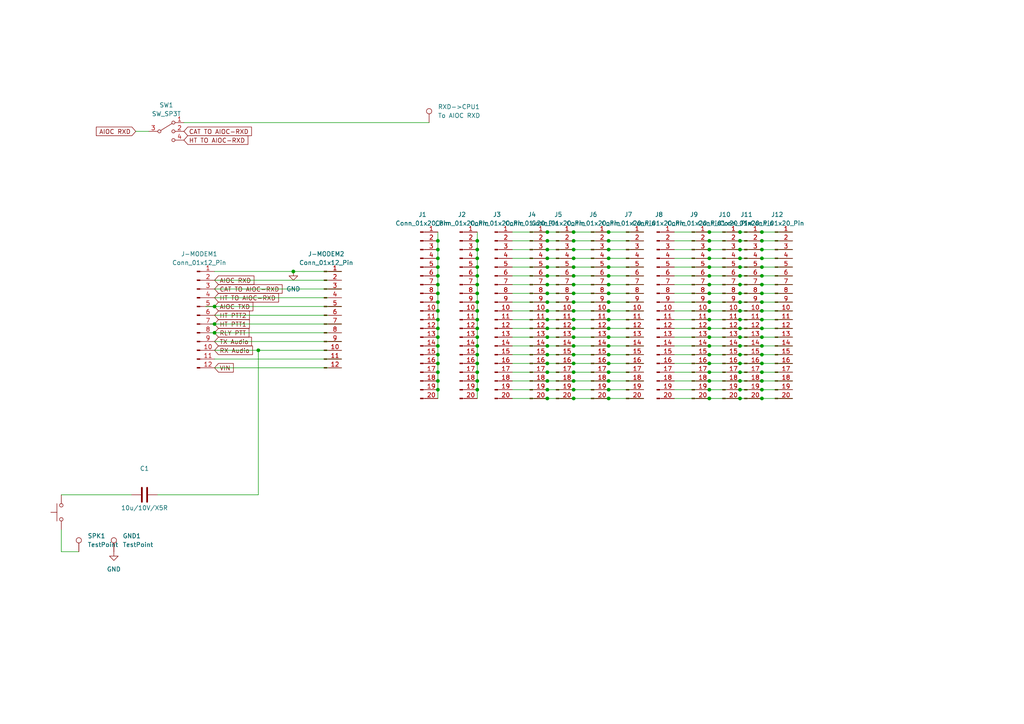
<source format=kicad_sch>
(kicad_sch (version 20230121) (generator eeschema)
  (paper "A4")
  (title_block (title "Universal Radio Controller Open Hardware Creator Board") (date "2024-01-03") (rev "1.0") (company "G1LRO") (comment 1 "MIT License") (comment 2 "Copyright (c) 2024 G1LRO") (comment 3 "Licence terms: https://github.com/G1LRO/universal-radio-controller/blob/main/LICENSE"))
  (lib_symbols
    (symbol "AIOC Library1:SW_Tactile_SPST_Angled_PTS645Vx83-2LFS" (pin_numbers hide) (pin_names (offset 1.016) hide)
      (property "Reference" "SW" (at 1.27 2.54 0))
      (property "Value" "SW_Tactile_SPST_Angled_PTS645Vx83-2LFS" (at 0 -1.524 0))
      (symbol "SW_Tactile_SPST_Angled_PTS645Vx83-2LFS_0_1"
        (circle (center -2.032 0) (radius 0.508))
        (polyline (pts (xy 0 1.27) (xy 0 3.048)))
        (polyline (pts (xy 2.54 1.27) (xy -2.54 1.27)))
        (circle (center 2.032 0) (radius 0.508))
        (pin passive line (at -5.08 0 0) (length 2.54) (name "1") (number "1"))
        (pin passive line (at 5.08 0 180) (length 2.54) (name "2") (number "2"))
      )
    )
    (symbol "Connector:Conn_01x12_Pin" (pin_names (offset 1.016) hide)
      (property "Reference" "J" (at 0 15.24 0))
      (property "Value" "Conn_01x12_Pin" (at 0 -17.78 0))
      (symbol "Conn_01x12_Pin_1_1"
        (polyline (pts (xy 1.27 -15.24) (xy 0.8636 -15.24)) (stroke (width 0.1524)))
        (polyline (pts (xy 1.27 -12.7) (xy 0.8636 -12.7)) (stroke (width 0.1524)))
        (polyline (pts (xy 1.27 -10.16) (xy 0.8636 -10.16)) (stroke (width 0.1524)))
        (polyline (pts (xy 1.27 -7.62) (xy 0.8636 -7.62)) (stroke (width 0.1524)))
        (polyline (pts (xy 1.27 -5.08) (xy 0.8636 -5.08)) (stroke (width 0.1524)))
        (polyline (pts (xy 1.27 -2.54) (xy 0.8636 -2.54)) (stroke (width 0.1524)))
        (polyline (pts (xy 1.27 0) (xy 0.8636 0)) (stroke (width 0.1524)))
        (polyline (pts (xy 1.27 2.54) (xy 0.8636 2.54)) (stroke (width 0.1524)))
        (polyline (pts (xy 1.27 5.08) (xy 0.8636 5.08)) (stroke (width 0.1524)))
        (polyline (pts (xy 1.27 7.62) (xy 0.8636 7.62)) (stroke (width 0.1524)))
        (polyline (pts (xy 1.27 10.16) (xy 0.8636 10.16)) (stroke (width 0.1524)))
        (polyline (pts (xy 1.27 12.7) (xy 0.8636 12.7)) (stroke (width 0.1524)))
        (rectangle (start 0.8636 -15.113) (end 0 -15.367) (stroke (width 0.1524)) (fill (type outline)))
        (rectangle (start 0.8636 -12.573) (end 0 -12.827) (stroke (width 0.1524)) (fill (type outline)))
        (rectangle (start 0.8636 -10.033) (end 0 -10.287) (stroke (width 0.1524)) (fill (type outline)))
        (rectangle (start 0.8636 -7.493) (end 0 -7.747) (stroke (width 0.1524)) (fill (type outline)))
        (rectangle (start 0.8636 -4.953) (end 0 -5.207) (stroke (width 0.1524)) (fill (type outline)))
        (rectangle (start 0.8636 -2.413) (end 0 -2.667) (stroke (width 0.1524)) (fill (type outline)))
        (rectangle (start 0.8636 0.127) (end 0 -0.127) (stroke (width 0.1524)) (fill (type outline)))
        (rectangle (start 0.8636 2.667) (end 0 2.413) (stroke (width 0.1524)) (fill (type outline)))
        (rectangle (start 0.8636 5.207) (end 0 4.953) (stroke (width 0.1524)) (fill (type outline)))
        (rectangle (start 0.8636 7.747) (end 0 7.493) (stroke (width 0.1524)) (fill (type outline)))
        (rectangle (start 0.8636 10.287) (end 0 10.033) (stroke (width 0.1524)) (fill (type outline)))
        (rectangle (start 0.8636 12.827) (end 0 12.573) (stroke (width 0.1524)) (fill (type outline)))
        (pin passive line (at 5.08 12.7 180) (length 3.81) (name "Pin_1") (number "1"))
        (pin passive line (at 5.08 -10.16 180) (length 3.81) (name "Pin_10") (number "10"))
        (pin passive line (at 5.08 -12.7 180) (length 3.81) (name "Pin_11") (number "11"))
        (pin passive line (at 5.08 -15.24 180) (length 3.81) (name "Pin_12") (number "12"))
        (pin passive line (at 5.08 10.16 180) (length 3.81) (name "Pin_2") (number "2"))
        (pin passive line (at 5.08 7.62 180) (length 3.81) (name "Pin_3") (number "3"))
        (pin passive line (at 5.08 5.08 180) (length 3.81) (name "Pin_4") (number "4"))
        (pin passive line (at 5.08 2.54 180) (length 3.81) (name "Pin_5") (number "5"))
        (pin passive line (at 5.08 0 180) (length 3.81) (name "Pin_6") (number "6"))
        (pin passive line (at 5.08 -2.54 180) (length 3.81) (name "Pin_7") (number "7"))
        (pin passive line (at 5.08 -5.08 180) (length 3.81) (name "Pin_8") (number "8"))
        (pin passive line (at 5.08 -7.62 180) (length 3.81) (name "Pin_9") (number "9"))
      )
    )
    (symbol "Connector:Conn_01x20_Pin" (pin_names (offset 1.016) hide)
      (property "Reference" "J" (at 0 25.4 0))
      (property "Value" "Conn_01x20_Pin" (at 0 -27.94 0))
      (symbol "Conn_01x20_Pin_1_1"
        (polyline (pts (xy 1.27 -25.4) (xy 0.8636 -25.4)) (stroke (width 0.1524)))
        (polyline (pts (xy 1.27 -22.86) (xy 0.8636 -22.86)) (stroke (width 0.1524)))
        (polyline (pts (xy 1.27 -20.32) (xy 0.8636 -20.32)) (stroke (width 0.1524)))
        (polyline (pts (xy 1.27 -17.78) (xy 0.8636 -17.78)) (stroke (width 0.1524)))
        (polyline (pts (xy 1.27 -15.24) (xy 0.8636 -15.24)) (stroke (width 0.1524)))
        (polyline (pts (xy 1.27 -12.7) (xy 0.8636 -12.7)) (stroke (width 0.1524)))
        (polyline (pts (xy 1.27 -10.16) (xy 0.8636 -10.16)) (stroke (width 0.1524)))
        (polyline (pts (xy 1.27 -7.62) (xy 0.8636 -7.62)) (stroke (width 0.1524)))
        (polyline (pts (xy 1.27 -5.08) (xy 0.8636 -5.08)) (stroke (width 0.1524)))
        (polyline (pts (xy 1.27 -2.54) (xy 0.8636 -2.54)) (stroke (width 0.1524)))
        (polyline (pts (xy 1.27 0) (xy 0.8636 0)) (stroke (width 0.1524)))
        (polyline (pts (xy 1.27 2.54) (xy 0.8636 2.54)) (stroke (width 0.1524)))
        (polyline (pts (xy 1.27 5.08) (xy 0.8636 5.08)) (stroke (width 0.1524)))
        (polyline (pts (xy 1.27 7.62) (xy 0.8636 7.62)) (stroke (width 0.1524)))
        (polyline (pts (xy 1.27 10.16) (xy 0.8636 10.16)) (stroke (width 0.1524)))
        (polyline (pts (xy 1.27 12.7) (xy 0.8636 12.7)) (stroke (width 0.1524)))
        (polyline (pts (xy 1.27 15.24) (xy 0.8636 15.24)) (stroke (width 0.1524)))
        (polyline (pts (xy 1.27 17.78) (xy 0.8636 17.78)) (stroke (width 0.1524)))
        (polyline (pts (xy 1.27 20.32) (xy 0.8636 20.32)) (stroke (width 0.1524)))
        (polyline (pts (xy 1.27 22.86) (xy 0.8636 22.86)) (stroke (width 0.1524)))
        (rectangle (start 0.8636 -25.273) (end 0 -25.527) (stroke (width 0.1524)) (fill (type outline)))
        (rectangle (start 0.8636 -22.733) (end 0 -22.987) (stroke (width 0.1524)) (fill (type outline)))
        (rectangle (start 0.8636 -20.193) (end 0 -20.447) (stroke (width 0.1524)) (fill (type outline)))
        (rectangle (start 0.8636 -17.653) (end 0 -17.907) (stroke (width 0.1524)) (fill (type outline)))
        (rectangle (start 0.8636 -15.113) (end 0 -15.367) (stroke (width 0.1524)) (fill (type outline)))
        (rectangle (start 0.8636 -12.573) (end 0 -12.827) (stroke (width 0.1524)) (fill (type outline)))
        (rectangle (start 0.8636 -10.033) (end 0 -10.287) (stroke (width 0.1524)) (fill (type outline)))
        (rectangle (start 0.8636 -7.493) (end 0 -7.747) (stroke (width 0.1524)) (fill (type outline)))
        (rectangle (start 0.8636 -4.953) (end 0 -5.207) (stroke (width 0.1524)) (fill (type outline)))
        (rectangle (start 0.8636 -2.413) (end 0 -2.667) (stroke (width 0.1524)) (fill (type outline)))
        (rectangle (start 0.8636 0.127) (end 0 -0.127) (stroke (width 0.1524)) (fill (type outline)))
        (rectangle (start 0.8636 2.667) (end 0 2.413) (stroke (width 0.1524)) (fill (type outline)))
        (rectangle (start 0.8636 5.207) (end 0 4.953) (stroke (width 0.1524)) (fill (type outline)))
        (rectangle (start 0.8636 7.747) (end 0 7.493) (stroke (width 0.1524)) (fill (type outline)))
        (rectangle (start 0.8636 10.287) (end 0 10.033) (stroke (width 0.1524)) (fill (type outline)))
        (rectangle (start 0.8636 12.827) (end 0 12.573) (stroke (width 0.1524)) (fill (type outline)))
        (rectangle (start 0.8636 15.367) (end 0 15.113) (stroke (width 0.1524)) (fill (type outline)))
        (rectangle (start 0.8636 17.907) (end 0 17.653) (stroke (width 0.1524)) (fill (type outline)))
        (rectangle (start 0.8636 20.447) (end 0 20.193) (stroke (width 0.1524)) (fill (type outline)))
        (rectangle (start 0.8636 22.987) (end 0 22.733) (stroke (width 0.1524)) (fill (type outline)))
        (pin passive line (at 5.08 22.86 180) (length 3.81) (name "Pin_1") (number "1"))
        (pin passive line (at 5.08 0 180) (length 3.81) (name "Pin_10") (number "10"))
        (pin passive line (at 5.08 -2.54 180) (length 3.81) (name "Pin_11") (number "11"))
        (pin passive line (at 5.08 -5.08 180) (length 3.81) (name "Pin_12") (number "12"))
        (pin passive line (at 5.08 -7.62 180) (length 3.81) (name "Pin_13") (number "13"))
        (pin passive line (at 5.08 -10.16 180) (length 3.81) (name "Pin_14") (number "14"))
        (pin passive line (at 5.08 -12.7 180) (length 3.81) (name "Pin_15") (number "15"))
        (pin passive line (at 5.08 -15.24 180) (length 3.81) (name "Pin_16") (number "16"))
        (pin passive line (at 5.08 -17.78 180) (length 3.81) (name "Pin_17") (number "17"))
        (pin passive line (at 5.08 -20.32 180) (length 3.81) (name "Pin_18") (number "18"))
        (pin passive line (at 5.08 -22.86 180) (length 3.81) (name "Pin_19") (number "19"))
        (pin passive line (at 5.08 20.32 180) (length 3.81) (name "Pin_2") (number "2"))
        (pin passive line (at 5.08 -25.4 180) (length 3.81) (name "Pin_20") (number "20"))
        (pin passive line (at 5.08 17.78 180) (length 3.81) (name "Pin_3") (number "3"))
        (pin passive line (at 5.08 15.24 180) (length 3.81) (name "Pin_4") (number "4"))
        (pin passive line (at 5.08 12.7 180) (length 3.81) (name "Pin_5") (number "5"))
        (pin passive line (at 5.08 10.16 180) (length 3.81) (name "Pin_6") (number "6"))
        (pin passive line (at 5.08 7.62 180) (length 3.81) (name "Pin_7") (number "7"))
        (pin passive line (at 5.08 5.08 180) (length 3.81) (name "Pin_8") (number "8"))
        (pin passive line (at 5.08 2.54 180) (length 3.81) (name "Pin_9") (number "9"))
      )
    )
    (symbol "Connector:TestPoint" (pin_numbers hide) (pin_names (offset 0.762) hide)
      (property "Reference" "TP" (at 0 6.858 0))
      (property "Value" "TestPoint" (at 0 5.08 0))
      (symbol "TestPoint_0_1"
        (circle (center 0 3.302) (radius 0.762))
      )
      (symbol "TestPoint_1_1"
        (pin passive line (at 0 0 90) (length 2.54) (name "1") (number "1"))
      )
    )
    (symbol "Device:C" (pin_numbers hide) (pin_names (offset 0.254))
      (property "Reference" "C" (at 0.635 2.54 0))
      (property "Value" "C" (at 0.635 -2.54 0))
      (symbol "C_0_1"
        (polyline (pts (xy -2.032 -0.762) (xy 2.032 -0.762)) (stroke (width 0.508)))
        (polyline (pts (xy -2.032 0.762) (xy 2.032 0.762)) (stroke (width 0.508)))
      )
      (symbol "C_1_1"
        (pin passive line (at 0 3.81 270) (length 2.794) (name "~") (number "1"))
        (pin passive line (at 0 -3.81 90) (length 2.794) (name "~") (number "2"))
      )
    )
    (symbol "Switch:SW_SP3T" (pin_names (offset 0) hide)
      (property "Reference" "SW" (at 0 5.08 0))
      (property "Value" "SW_SP3T" (at 0 -5.08 0))
      (symbol "SW_SP3T_0_1"
        (circle (center -2.032 0) (radius 0.4572))
        (polyline (pts (xy -1.651 0.254) (xy 1.651 2.286)))
        (circle (center 2.032 -2.54) (radius 0.4572))
        (circle (center 2.032 0) (radius 0.4572))
        (circle (center 2.032 2.54) (radius 0.4572))
      )
      (symbol "SW_SP3T_1_1"
        (pin passive line (at 5.08 2.54 180) (length 2.54) (name "1") (number "1"))
        (pin passive line (at 5.08 0 180) (length 2.54) (name "2") (number "2"))
        (pin passive line (at -5.08 0 0) (length 2.54) (name "3") (number "3"))
        (pin passive line (at 5.08 -2.54 180) (length 2.54) (name "4") (number "4"))
      )
    )
    (symbol "power:GND" (power) (pin_names (offset 0))
      (property "Value" "GND" (at 0 -3.81 0))
      (symbol "GND_0_1"
        (polyline (pts (xy 0 0) (xy 0 -1.27) (xy 1.27 -1.27) (xy 0 -2.54) (xy -1.27 -1.27) (xy 0 -1.27)))
      )
      (symbol "GND_1_1"
        (pin power_in line (at 0 0 270) (length 0) hide (name "GND") (number "1"))
      )
    )
  )
  (junction (at 138.43 72.39))
  (junction (at 205.74 72.39))
  (junction (at 166.37 77.47))
  (junction (at 138.43 95.25))
  (junction (at 176.53 74.93))
  (junction (at 176.53 115.57))
  (junction (at 176.53 80.01))
  (junction (at 158.75 87.63))
  (junction (at 220.98 110.49))
  (junction (at 220.98 115.57))
  (junction (at 220.98 87.63))
  (junction (at 205.74 87.63))
  (junction (at 214.63 95.25))
  (junction (at 214.63 87.63))
  (junction (at 176.53 77.47))
  (junction (at 127 105.41))
  (junction (at 176.53 95.25))
  (junction (at 158.75 82.55))
  (junction (at 127 102.87))
  (junction (at 127 97.79))
  (junction (at 205.74 97.79))
  (junction (at 205.74 100.33))
  (junction (at 138.43 74.93))
  (junction (at 220.98 72.39))
  (junction (at 138.43 85.09))
  (junction (at 220.98 97.79))
  (junction (at 166.37 67.31))
  (junction (at 138.43 92.71))
  (junction (at 176.53 92.71))
  (junction (at 127 77.47))
  (junction (at 205.74 77.47))
  (junction (at 166.37 97.79))
  (junction (at 138.43 110.49))
  (junction (at 176.53 105.41))
  (junction (at 166.37 102.87))
  (junction (at 214.63 74.93))
  (junction (at 176.53 113.03))
  (junction (at 176.53 100.33))
  (junction (at 166.37 80.01))
  (junction (at 205.74 74.93))
  (junction (at 214.63 107.95))
  (junction (at 220.98 82.55))
  (junction (at 220.98 80.01))
  (junction (at 138.43 102.87))
  (junction (at 158.75 77.47))
  (junction (at 220.98 92.71))
  (junction (at 214.63 102.87))
  (junction (at 176.53 97.79))
  (junction (at 138.43 105.41))
  (junction (at 166.37 82.55))
  (junction (at 62.23 96.52))
  (junction (at 158.75 92.71))
  (junction (at 158.75 95.25))
  (junction (at 166.37 90.17))
  (junction (at 220.98 113.03))
  (junction (at 127 100.33))
  (junction (at 214.63 67.31))
  (junction (at 127 92.71))
  (junction (at 127 87.63))
  (junction (at 214.63 69.85))
  (junction (at 127 95.25))
  (junction (at 205.74 85.09))
  (junction (at 158.75 97.79))
  (junction (at 138.43 69.85))
  (junction (at 158.75 110.49))
  (junction (at 220.98 107.95))
  (junction (at 205.74 102.87))
  (junction (at 138.43 100.33))
  (junction (at 205.74 90.17))
  (junction (at 205.74 67.31))
  (junction (at 166.37 115.57))
  (junction (at 158.75 80.01))
  (junction (at 158.75 100.33))
  (junction (at 214.63 90.17))
  (junction (at 166.37 85.09))
  (junction (at 205.74 107.95))
  (junction (at 214.63 110.49))
  (junction (at 138.43 97.79))
  (junction (at 127 72.39))
  (junction (at 205.74 113.03))
  (junction (at 214.63 80.01))
  (junction (at 205.74 82.55))
  (junction (at 205.74 105.41))
  (junction (at 220.98 90.17))
  (junction (at 220.98 85.09))
  (junction (at 127 74.93))
  (junction (at 214.63 115.57))
  (junction (at 62.23 88.9))
  (junction (at 176.53 90.17))
  (junction (at 214.63 85.09))
  (junction (at 62.23 93.98))
  (junction (at 205.74 110.49))
  (junction (at 158.75 102.87))
  (junction (at 158.75 90.17))
  (junction (at 220.98 74.93))
  (junction (at 127 107.95))
  (junction (at 214.63 77.47))
  (junction (at 85.09 78.74))
  (junction (at 127 85.09))
  (junction (at 166.37 74.93))
  (junction (at 158.75 113.03))
  (junction (at 214.63 92.71))
  (junction (at 158.75 115.57))
  (junction (at 176.53 102.87))
  (junction (at 205.74 115.57))
  (junction (at 220.98 105.41))
  (junction (at 205.74 80.01))
  (junction (at 176.53 107.95))
  (junction (at 166.37 113.03))
  (junction (at 138.43 107.95))
  (junction (at 176.53 110.49))
  (junction (at 176.53 69.85))
  (junction (at 220.98 95.25))
  (junction (at 127 80.01))
  (junction (at 214.63 100.33))
  (junction (at 166.37 107.95))
  (junction (at 158.75 107.95))
  (junction (at 214.63 97.79))
  (junction (at 166.37 95.25))
  (junction (at 214.63 72.39))
  (junction (at 127 69.85))
  (junction (at 138.43 82.55))
  (junction (at 158.75 85.09))
  (junction (at 138.43 90.17))
  (junction (at 166.37 69.85))
  (junction (at 166.37 110.49))
  (junction (at 138.43 113.03))
  (junction (at 176.53 67.31))
  (junction (at 166.37 87.63))
  (junction (at 138.43 87.63))
  (junction (at 220.98 69.85))
  (junction (at 127 113.03))
  (junction (at 205.74 95.25))
  (junction (at 158.75 67.31))
  (junction (at 214.63 105.41))
  (junction (at 176.53 87.63))
  (junction (at 205.74 92.71))
  (junction (at 214.63 82.55))
  (junction (at 176.53 72.39))
  (junction (at 127 90.17))
  (junction (at 176.53 82.55))
  (junction (at 127 82.55))
  (junction (at 220.98 102.87))
  (junction (at 220.98 100.33))
  (junction (at 138.43 80.01))
  (junction (at 214.63 113.03))
  (junction (at 127 110.49))
  (junction (at 158.75 69.85))
  (junction (at 220.98 67.31))
  (junction (at 166.37 100.33))
  (junction (at 205.74 69.85))
  (junction (at 166.37 72.39))
  (junction (at 158.75 72.39))
  (junction (at 158.75 105.41))
  (junction (at 166.37 92.71))
  (junction (at 138.43 77.47))
  (junction (at 158.75 74.93))
  (junction (at 166.37 105.41))
  (junction (at 74.93 101.6))
  (junction (at 220.98 77.47))
  (junction (at 176.53 85.09))
  (wire (pts (xy 220.98 74.93) (xy 229.87 74.93)))
  (wire (pts (xy 176.53 113.03) (xy 186.69 113.03)))
  (wire (pts (xy 195.58 97.79) (xy 205.74 97.79)))
  (wire (pts (xy 148.59 110.49) (xy 158.75 110.49)))
  (wire (pts (xy 220.98 80.01) (xy 229.87 80.01)))
  (wire (pts (xy 166.37 100.33) (xy 176.53 100.33)))
  (wire (pts (xy 138.43 67.31) (xy 138.43 69.85)))
  (wire (pts (xy 127 87.63) (xy 127 90.17)))
  (wire (pts (xy 176.53 69.85) (xy 186.69 69.85)))
  (wire (pts (xy 176.53 74.93) (xy 186.69 74.93)))
  (wire (pts (xy 195.58 80.01) (xy 205.74 80.01)))
  (wire (pts (xy 62.23 104.14) (xy 99.06 104.14)))
  (wire (pts (xy 195.58 90.17) (xy 205.74 90.17)))
  (wire (pts (xy 158.75 85.09) (xy 166.37 85.09)))
  (wire (pts (xy 53.34 35.56) (xy 124.46 35.56)))
  (wire (pts (xy 214.63 105.41) (xy 220.98 105.41)))
  (wire (pts (xy 62.23 78.74) (xy 85.09 78.74)))
  (wire (pts (xy 205.74 102.87) (xy 214.63 102.87)))
  (wire (pts (xy 214.63 72.39) (xy 220.98 72.39)))
  (wire (pts (xy 127 100.33) (xy 127 102.87)))
  (wire (pts (xy 166.37 115.57) (xy 176.53 115.57)))
  (wire (pts (xy 205.74 69.85) (xy 214.63 69.85)))
  (wire (pts (xy 62.23 101.6) (xy 74.93 101.6)))
  (wire (pts (xy 176.53 95.25) (xy 186.69 95.25)))
  (wire (pts (xy 176.53 105.41) (xy 186.69 105.41)))
  (wire (pts (xy 138.43 72.39) (xy 138.43 74.93)))
  (wire (pts (xy 166.37 107.95) (xy 176.53 107.95)))
  (wire (pts (xy 214.63 90.17) (xy 220.98 90.17)))
  (wire (pts (xy 176.53 90.17) (xy 186.69 90.17)))
  (wire (pts (xy 138.43 77.47) (xy 138.43 80.01)))
  (wire (pts (xy 45.72 143.51) (xy 74.93 143.51)))
  (wire (pts (xy 127 77.47) (xy 127 80.01)))
  (wire (pts (xy 214.63 95.25) (xy 220.98 95.25)))
  (wire (pts (xy 148.59 85.09) (xy 158.75 85.09)))
  (wire (pts (xy 158.75 105.41) (xy 166.37 105.41)))
  (wire (pts (xy 22.86 160.02) (xy 17.78 160.02)))
  (wire (pts (xy 138.43 85.09) (xy 138.43 87.63)))
  (wire (pts (xy 214.63 77.47) (xy 220.98 77.47)))
  (wire (pts (xy 205.74 100.33) (xy 214.63 100.33)))
  (wire (pts (xy 220.98 67.31) (xy 229.87 67.31)))
  (wire (pts (xy 138.43 107.95) (xy 138.43 110.49)))
  (wire (pts (xy 158.75 110.49) (xy 166.37 110.49)))
  (wire (pts (xy 214.63 87.63) (xy 220.98 87.63)))
  (wire (pts (xy 138.43 113.03) (xy 138.43 115.57)))
  (wire (pts (xy 158.75 74.93) (xy 166.37 74.93)))
  (wire (pts (xy 205.74 95.25) (xy 214.63 95.25)))
  (wire (pts (xy 220.98 72.39) (xy 229.87 72.39)))
  (wire (pts (xy 158.75 97.79) (xy 166.37 97.79)))
  (wire (pts (xy 205.74 115.57) (xy 214.63 115.57)))
  (wire (pts (xy 148.59 67.31) (xy 158.75 67.31)))
  (wire (pts (xy 166.37 102.87) (xy 176.53 102.87)))
  (wire (pts (xy 220.98 115.57) (xy 229.87 115.57)))
  (wire (pts (xy 220.98 102.87) (xy 229.87 102.87)))
  (wire (pts (xy 214.63 67.31) (xy 220.98 67.31)))
  (wire (pts (xy 205.74 85.09) (xy 214.63 85.09)))
  (wire (pts (xy 166.37 77.47) (xy 176.53 77.47)))
  (wire (pts (xy 148.59 115.57) (xy 158.75 115.57)))
  (wire (pts (xy 158.75 113.03) (xy 166.37 113.03)))
  (wire (pts (xy 158.75 92.71) (xy 166.37 92.71)))
  (wire (pts (xy 220.98 92.71) (xy 229.87 92.71)))
  (wire (pts (xy 166.37 72.39) (xy 176.53 72.39)))
  (wire (pts (xy 205.74 105.41) (xy 214.63 105.41)))
  (wire (pts (xy 148.59 100.33) (xy 158.75 100.33)))
  (wire (pts (xy 220.98 95.25) (xy 229.87 95.25)))
  (wire (pts (xy 166.37 95.25) (xy 176.53 95.25)))
  (wire (pts (xy 220.98 107.95) (xy 229.87 107.95)))
  (wire (pts (xy 74.93 143.51) (xy 74.93 101.6)))
  (wire (pts (xy 220.98 113.03) (xy 229.87 113.03)))
  (wire (pts (xy 138.43 97.79) (xy 138.43 100.33)))
  (wire (pts (xy 127 105.41) (xy 127 107.95)))
  (wire (pts (xy 195.58 69.85) (xy 205.74 69.85)))
  (wire (pts (xy 205.74 74.93) (xy 214.63 74.93)))
  (wire (pts (xy 158.75 80.01) (xy 166.37 80.01)))
  (wire (pts (xy 138.43 90.17) (xy 138.43 92.71)))
  (wire (pts (xy 62.23 106.68) (xy 99.06 106.68)))
  (wire (pts (xy 138.43 82.55) (xy 138.43 85.09)))
  (wire (pts (xy 158.75 69.85) (xy 166.37 69.85)))
  (wire (pts (xy 74.93 101.6) (xy 99.06 101.6)))
  (wire (pts (xy 138.43 110.49) (xy 138.43 113.03)))
  (wire (pts (xy 158.75 100.33) (xy 166.37 100.33)))
  (wire (pts (xy 39.37 38.1) (xy 43.18 38.1)))
  (wire (pts (xy 176.53 85.09) (xy 186.69 85.09)))
  (wire (pts (xy 138.43 102.87) (xy 138.43 105.41)))
  (wire (pts (xy 220.98 90.17) (xy 229.87 90.17)))
  (wire (pts (xy 127 69.85) (xy 127 72.39)))
  (wire (pts (xy 158.75 95.25) (xy 166.37 95.25)))
  (wire (pts (xy 62.23 96.52) (xy 99.06 96.52)))
  (wire (pts (xy 195.58 82.55) (xy 205.74 82.55)))
  (wire (pts (xy 127 85.09) (xy 127 87.63)))
  (wire (pts (xy 195.58 85.09) (xy 205.74 85.09)))
  (wire (pts (xy 166.37 90.17) (xy 176.53 90.17)))
  (wire (pts (xy 166.37 105.41) (xy 176.53 105.41)))
  (wire (pts (xy 195.58 95.25) (xy 205.74 95.25)))
  (wire (pts (xy 220.98 100.33) (xy 229.87 100.33)))
  (wire (pts (xy 166.37 87.63) (xy 176.53 87.63)))
  (wire (pts (xy 205.74 113.03) (xy 214.63 113.03)))
  (wire (pts (xy 214.63 69.85) (xy 220.98 69.85)))
  (wire (pts (xy 127 92.71) (xy 127 95.25)))
  (wire (pts (xy 138.43 92.71) (xy 138.43 95.25)))
  (wire (pts (xy 166.37 82.55) (xy 176.53 82.55)))
  (wire (pts (xy 220.98 110.49) (xy 229.87 110.49)))
  (wire (pts (xy 158.75 72.39) (xy 166.37 72.39)))
  (wire (pts (xy 127 107.95) (xy 127 110.49)))
  (wire (pts (xy 205.74 87.63) (xy 214.63 87.63)))
  (wire (pts (xy 62.23 81.28) (xy 99.06 81.28)))
  (wire (pts (xy 148.59 82.55) (xy 158.75 82.55)))
  (wire (pts (xy 205.74 72.39) (xy 214.63 72.39)))
  (wire (pts (xy 62.23 91.44) (xy 99.06 91.44)))
  (wire (pts (xy 148.59 87.63) (xy 158.75 87.63)))
  (wire (pts (xy 138.43 95.25) (xy 138.43 97.79)))
  (wire (pts (xy 176.53 97.79) (xy 186.69 97.79)))
  (wire (pts (xy 220.98 82.55) (xy 229.87 82.55)))
  (wire (pts (xy 214.63 97.79) (xy 220.98 97.79)))
  (wire (pts (xy 17.78 153.67) (xy 17.78 160.02)))
  (wire (pts (xy 220.98 97.79) (xy 229.87 97.79)))
  (wire (pts (xy 158.75 115.57) (xy 166.37 115.57)))
  (wire (pts (xy 138.43 69.85) (xy 138.43 72.39)))
  (wire (pts (xy 166.37 92.71) (xy 176.53 92.71)))
  (wire (pts (xy 158.75 77.47) (xy 166.37 77.47)))
  (wire (pts (xy 127 97.79) (xy 127 100.33)))
  (wire (pts (xy 158.75 102.87) (xy 166.37 102.87)))
  (wire (pts (xy 205.74 82.55) (xy 214.63 82.55)))
  (wire (pts (xy 127 90.17) (xy 127 92.71)))
  (wire (pts (xy 148.59 107.95) (xy 158.75 107.95)))
  (wire (pts (xy 214.63 92.71) (xy 220.98 92.71)))
  (wire (pts (xy 166.37 69.85) (xy 176.53 69.85)))
  (wire (pts (xy 176.53 77.47) (xy 186.69 77.47)))
  (wire (pts (xy 166.37 74.93) (xy 176.53 74.93)))
  (wire (pts (xy 60.96 96.52) (xy 62.23 96.52)))
  (wire (pts (xy 166.37 85.09) (xy 176.53 85.09)))
  (wire (pts (xy 195.58 105.41) (xy 205.74 105.41)))
  (wire (pts (xy 127 67.31) (xy 127 69.85)))
  (wire (pts (xy 17.78 143.51) (xy 38.1 143.51)))
  (wire (pts (xy 195.58 110.49) (xy 205.74 110.49)))
  (wire (pts (xy 214.63 74.93) (xy 220.98 74.93)))
  (wire (pts (xy 148.59 72.39) (xy 158.75 72.39)))
  (wire (pts (xy 148.59 74.93) (xy 158.75 74.93)))
  (wire (pts (xy 127 82.55) (xy 127 85.09)))
  (wire (pts (xy 158.75 107.95) (xy 166.37 107.95)))
  (wire (pts (xy 195.58 67.31) (xy 205.74 67.31)))
  (wire (pts (xy 148.59 77.47) (xy 158.75 77.47)))
  (wire (pts (xy 127 80.01) (xy 127 82.55)))
  (wire (pts (xy 176.53 80.01) (xy 186.69 80.01)))
  (wire (pts (xy 85.09 78.74) (xy 99.06 78.74)))
  (wire (pts (xy 205.74 110.49) (xy 214.63 110.49)))
  (wire (pts (xy 166.37 97.79) (xy 176.53 97.79)))
  (wire (pts (xy 166.37 113.03) (xy 176.53 113.03)))
  (wire (pts (xy 138.43 87.63) (xy 138.43 90.17)))
  (wire (pts (xy 138.43 80.01) (xy 138.43 82.55)))
  (wire (pts (xy 214.63 107.95) (xy 220.98 107.95)))
  (wire (pts (xy 195.58 102.87) (xy 205.74 102.87)))
  (wire (pts (xy 176.53 67.31) (xy 186.69 67.31)))
  (wire (pts (xy 148.59 105.41) (xy 158.75 105.41)))
  (wire (pts (xy 138.43 100.33) (xy 138.43 102.87)))
  (wire (pts (xy 62.23 99.06) (xy 99.06 99.06)))
  (wire (pts (xy 205.74 90.17) (xy 214.63 90.17)))
  (wire (pts (xy 176.53 115.57) (xy 186.69 115.57)))
  (wire (pts (xy 148.59 69.85) (xy 158.75 69.85)))
  (wire (pts (xy 195.58 115.57) (xy 205.74 115.57)))
  (wire (pts (xy 127 113.03) (xy 127 115.57)))
  (wire (pts (xy 60.96 93.98) (xy 62.23 93.98)))
  (wire (pts (xy 176.53 102.87) (xy 186.69 102.87)))
  (wire (pts (xy 195.58 100.33) (xy 205.74 100.33)))
  (wire (pts (xy 214.63 85.09) (xy 220.98 85.09)))
  (wire (pts (xy 158.75 90.17) (xy 166.37 90.17)))
  (wire (pts (xy 195.58 74.93) (xy 205.74 74.93)))
  (wire (pts (xy 148.59 92.71) (xy 158.75 92.71)))
  (wire (pts (xy 148.59 97.79) (xy 158.75 97.79)))
  (wire (pts (xy 138.43 74.93) (xy 138.43 77.47)))
  (wire (pts (xy 59.69 88.9) (xy 62.23 88.9)))
  (wire (pts (xy 166.37 67.31) (xy 176.53 67.31)))
  (wire (pts (xy 205.74 77.47) (xy 214.63 77.47)))
  (wire (pts (xy 220.98 87.63) (xy 229.87 87.63)))
  (wire (pts (xy 195.58 107.95) (xy 205.74 107.95)))
  (wire (pts (xy 176.53 92.71) (xy 186.69 92.71)))
  (wire (pts (xy 62.23 88.9) (xy 99.06 88.9)))
  (wire (pts (xy 176.53 82.55) (xy 186.69 82.55)))
  (wire (pts (xy 138.43 105.41) (xy 138.43 107.95)))
  (wire (pts (xy 195.58 92.71) (xy 205.74 92.71)))
  (wire (pts (xy 176.53 72.39) (xy 186.69 72.39)))
  (wire (pts (xy 205.74 97.79) (xy 214.63 97.79)))
  (wire (pts (xy 220.98 69.85) (xy 229.87 69.85)))
  (wire (pts (xy 62.23 93.98) (xy 99.06 93.98)))
  (wire (pts (xy 214.63 100.33) (xy 220.98 100.33)))
  (wire (pts (xy 195.58 87.63) (xy 205.74 87.63)))
  (wire (pts (xy 127 102.87) (xy 127 105.41)))
  (wire (pts (xy 220.98 105.41) (xy 229.87 105.41)))
  (wire (pts (xy 195.58 72.39) (xy 205.74 72.39)))
  (wire (pts (xy 166.37 80.01) (xy 176.53 80.01)))
  (wire (pts (xy 127 72.39) (xy 127 74.93)))
  (wire (pts (xy 214.63 110.49) (xy 220.98 110.49)))
  (wire (pts (xy 158.75 82.55) (xy 166.37 82.55)))
  (wire (pts (xy 148.59 90.17) (xy 158.75 90.17)))
  (wire (pts (xy 176.53 107.95) (xy 186.69 107.95)))
  (wire (pts (xy 158.75 87.63) (xy 166.37 87.63)))
  (wire (pts (xy 166.37 110.49) (xy 176.53 110.49)))
  (wire (pts (xy 62.23 83.82) (xy 99.06 83.82)))
  (wire (pts (xy 205.74 80.01) (xy 214.63 80.01)))
  (wire (pts (xy 176.53 87.63) (xy 186.69 87.63)))
  (wire (pts (xy 205.74 107.95) (xy 214.63 107.95)))
  (wire (pts (xy 158.75 67.31) (xy 166.37 67.31)))
  (wire (pts (xy 214.63 102.87) (xy 220.98 102.87)))
  (wire (pts (xy 148.59 80.01) (xy 158.75 80.01)))
  (wire (pts (xy 127 95.25) (xy 127 97.79)))
  (wire (pts (xy 62.23 86.36) (xy 99.06 86.36)))
  (wire (pts (xy 127 74.93) (xy 127 77.47)))
  (wire (pts (xy 214.63 115.57) (xy 220.98 115.57)))
  (wire (pts (xy 176.53 100.33) (xy 186.69 100.33)))
  (wire (pts (xy 214.63 80.01) (xy 220.98 80.01)))
  (wire (pts (xy 220.98 85.09) (xy 229.87 85.09)))
  (wire (pts (xy 148.59 102.87) (xy 158.75 102.87)))
  (wire (pts (xy 148.59 113.03) (xy 158.75 113.03)))
  (wire (pts (xy 214.63 82.55) (xy 220.98 82.55)))
  (wire (pts (xy 205.74 67.31) (xy 214.63 67.31)))
  (wire (pts (xy 127 110.49) (xy 127 113.03)))
  (wire (pts (xy 205.74 92.71) (xy 214.63 92.71)))
  (wire (pts (xy 195.58 113.03) (xy 205.74 113.03)))
  (wire (pts (xy 220.98 77.47) (xy 229.87 77.47)))
  (wire (pts (xy 176.53 110.49) (xy 186.69 110.49)))
  (wire (pts (xy 214.63 113.03) (xy 220.98 113.03)))
  (wire (pts (xy 195.58 77.47) (xy 205.74 77.47)))
  (wire (pts (xy 148.59 95.25) (xy 158.75 95.25)))
  (global_label "VIN" (shape input) (at 62.23 106.68 0) (property "Intersheetrefs" "${INTERSHEET_REFS}" (effects hide)))
  (global_label "HT TO AIOC-RXD" (shape input) (at 62.23 86.36 0) (property "Intersheetrefs" "${INTERSHEET_REFS}" (effects hide)))
  (global_label "CAT TO AIOC-RXD" (shape input) (at 62.23 83.82 0) (property "Intersheetrefs" "${INTERSHEET_REFS}" (effects hide)))
  (global_label "AIOC RXD" (shape input) (at 39.37 38.1 180) (property "Intersheetrefs" "${INTERSHEET_REFS}" (effects hide)))
  (global_label "TX Audio" (shape input) (at 62.23 99.06 0) (property "Intersheetrefs" "${INTERSHEET_REFS}" (effects hide)))
  (global_label "HT TO AIOC-RXD" (shape input) (at 53.34 40.64 0) (property "Intersheetrefs" "${INTERSHEET_REFS}" (effects hide)))
  (global_label "HT PTT2" (shape input) (at 62.23 91.44 0) (property "Intersheetrefs" "${INTERSHEET_REFS}" (effects hide)))
  (global_label "AIOC TXD" (shape input) (at 62.23 88.9 0) (property "Intersheetrefs" "${INTERSHEET_REFS}" (effects hide)))
  (global_label "RX Audio" (shape input) (at 62.23 101.6 0) (property "Intersheetrefs" "${INTERSHEET_REFS}" (effects hide)))
  (global_label "HT PTT1" (shape input) (at 62.23 93.98 0) (property "Intersheetrefs" "${INTERSHEET_REFS}" (effects hide)))
  (global_label "RLY PTT" (shape input) (at 62.23 96.52 0) (property "Intersheetrefs" "${INTERSHEET_REFS}" (effects hide)))
  (global_label "AIOC RXD" (shape input) (at 62.23 81.28 0) (property "Intersheetrefs" "${INTERSHEET_REFS}" (effects hide)))
  (global_label "CAT TO AIOC-RXD" (shape input) (at 53.34 38.1 0) (property "Intersheetrefs" "${INTERSHEET_REFS}" (effects hide)))
  (symbol (lib_id "Switch:SW_SP3T") (at 48.26 38.1 0) (unit 1)
    (property "Reference" "SW1" (at 48.26 30.48 0))
    (property "Value" "SW_SP3T" (at 48.26 33.02 0))
    (property "Footprint" "URCEXTRAS:SW_TPDT_THT-5mm" (effects hide))
    (property "LCSC" "C393948" (effects hide))
  )
  (symbol (lib_id "Connector:TestPoint") (at 22.86 160.02 0) (unit 1)
    (property "Reference" "SPK1" (at 25.4 155.448 0) (effects (justify left)))
    (property "Value" "TestPoint" (at 25.4 157.988 0) (effects (justify left)))
    (property "Footprint" "TestPoint:TestPoint_Pad_3.0x3.0mm" (effects hide))
  )
  (symbol (lib_id "Connector:Conn_01x20_Pin") (at 161.29 90.17 0) (unit 1) (in_bom no)
    (property "Reference" "J5" (at 161.925 62.23 0))
    (property "Value" "Conn_01x20_Pin" (at 161.925 64.77 0))
    (property "Footprint" "Connector_PinSocket_2.54mm:PinSocket_1x20_P2.54mm_Vertical" (effects hide))
    (property "LCSC" "DNP" (effects hide))
  )
  (symbol (lib_id "Connector:Conn_01x20_Pin") (at 153.67 90.17 0) (unit 1) (in_bom no)
    (property "Reference" "J4" (at 154.305 62.23 0))
    (property "Value" "Conn_01x20_Pin" (at 154.305 64.77 0))
    (property "Footprint" "Connector_PinSocket_2.54mm:PinSocket_1x20_P2.54mm_Vertical" (effects hide))
    (property "LCSC" "DNP" (effects hide))
  )
  (symbol (lib_id "Connector:Conn_01x12_Pin") (at 57.15 91.44 0) (unit 1) (in_bom no)
    (property "Reference" "J-MODEM1" (at 57.785 73.66 0))
    (property "Value" "Conn_01x12_Pin" (at 57.785 76.2 0))
    (property "Footprint" "Connector_PinSocket_2.54mm:PinSocket_1x12_P2.54mm_Vertical" (effects hide))
    (property "LCSC" "DNP" (effects hide))
    (property "Sim.Enable" "0" (effects hide))
  )
  (symbol (lib_id "Connector:Conn_01x20_Pin") (at 200.66 90.17 0) (unit 1) (in_bom no)
    (property "Reference" "J9" (at 201.295 62.23 0))
    (property "Value" "Conn_01x20_Pin" (at 201.295 64.77 0))
    (property "Footprint" "Connector_PinSocket_2.54mm:PinSocket_1x20_P2.54mm_Vertical" (effects hide))
    (property "LCSC" "DNP" (effects hide))
  )
  (symbol (lib_id "AIOC Library1:SW_Tactile_SPST_Angled_PTS645Vx83-2LFS") (at 17.78 148.59 90) (unit 1)
    (property "Reference" "SW2" (effects hide))
    (property "Value" "SW Monitor" (effects hide))
    (property "Footprint" "URCEXTRAS:SW_Tactile_SPST_Angled_C2689823" (effects hide))
    (property "Datasheet" "https://datasheet.lcsc.com/lcsc/2201131330_C-K-PTS645VL83LFS_C918856.pdf" (effects hide))
    (property "LCSC" "C2689823" (effects hide))
  )
  (symbol (lib_id "Connector:Conn_01x20_Pin") (at 121.92 90.17 0) (unit 1) (in_bom no)
    (property "Reference" "J1" (at 122.555 62.23 0))
    (property "Value" "Conn_01x20_Pin" (at 122.555 64.77 0))
    (property "Footprint" "Connector_PinSocket_2.54mm:PinSocket_1x20_P2.54mm_Vertical" (effects hide))
    (property "LCSC" "DNP" (effects hide))
  )
  (symbol (lib_id "Connector:Conn_01x20_Pin") (at 190.5 90.17 0) (unit 1) (in_bom no)
    (property "Reference" "J8" (at 191.135 62.23 0))
    (property "Value" "Conn_01x20_Pin" (at 191.135 64.77 0))
    (property "Footprint" "Connector_PinSocket_2.54mm:PinSocket_1x20_P2.54mm_Vertical" (effects hide))
    (property "LCSC" "DNP" (effects hide))
  )
  (symbol (lib_id "power:GND") (at 85.09 78.74 0) (unit 1)
    (property "Reference" "#PWR02" (effects hide))
    (property "Value" "GND" (at 85.09 83.82 0))
  )
  (symbol (lib_id "Connector:Conn_01x20_Pin") (at 224.79 90.17 0) (unit 1) (in_bom no)
    (property "Reference" "J12" (at 225.425 62.23 0))
    (property "Value" "Conn_01x20_Pin" (at 225.425 64.77 0))
    (property "Footprint" "Connector_PinSocket_2.54mm:PinSocket_1x20_P2.54mm_Vertical" (effects hide))
    (property "LCSC" "DNP" (effects hide))
  )
  (symbol (lib_id "power:GND") (at 33.02 160.02 0) (unit 1)
    (property "Reference" "#PWR013" (effects hide))
    (property "Value" "GND" (at 33.02 165.1 0))
  )
  (symbol (lib_id "Connector:Conn_01x20_Pin") (at 181.61 90.17 0) (unit 1) (in_bom no)
    (property "Reference" "J7" (at 182.245 62.23 0))
    (property "Value" "Conn_01x20_Pin" (at 182.245 64.77 0))
    (property "Footprint" "Connector_PinSocket_2.54mm:PinSocket_1x20_P2.54mm_Vertical" (effects hide))
    (property "LCSC" "DNP" (effects hide))
  )
  (symbol (lib_id "Connector:Conn_01x20_Pin") (at 209.55 90.17 0) (unit 1) (in_bom no)
    (property "Reference" "J10" (at 210.185 62.23 0))
    (property "Value" "Conn_01x20_Pin" (at 210.185 64.77 0))
    (property "Footprint" "Connector_PinSocket_2.54mm:PinSocket_1x20_P2.54mm_Vertical" (effects hide))
    (property "LCSC" "DNP" (effects hide))
  )
  (symbol (lib_id "Connector:TestPoint") (at 124.46 35.56 0) (unit 1)
    (property "Reference" "RXD->CPU1" (at 127 30.988 0) (effects (justify left)))
    (property "Value" "To AIOC RXD" (at 127 33.528 0) (effects (justify left)))
    (property "Footprint" "TestPoint:TestPoint_THTPad_1.5x1.5mm_Drill0.7mm" (effects hide))
  )
  (symbol (lib_id "Connector:Conn_01x12_Pin") (at 93.98 91.44 0) (unit 1) (in_bom no)
    (property "Reference" "J-MODEM2" (at 94.615 73.66 0))
    (property "Value" "Conn_01x12_Pin" (at 94.615 76.2 0))
    (property "Footprint" "Connector_PinSocket_2.54mm:PinSocket_1x12_P2.54mm_Vertical" (effects hide))
    (property "LCSC" "DNP" (effects hide))
  )
  (symbol (lib_id "Connector:Conn_01x20_Pin") (at 171.45 90.17 0) (unit 1) (in_bom no)
    (property "Reference" "J6" (at 172.085 62.23 0))
    (property "Value" "Conn_01x20_Pin" (at 172.085 64.77 0))
    (property "Footprint" "Connector_PinSocket_2.54mm:PinSocket_1x20_P2.54mm_Vertical" (effects hide))
    (property "LCSC" "DNP" (effects hide))
  )
  (symbol (lib_id "Connector:Conn_01x20_Pin") (at 143.51 90.17 0) (unit 1) (in_bom no)
    (property "Reference" "J3" (at 144.145 62.23 0))
    (property "Value" "Conn_01x20_Pin" (at 144.145 64.77 0))
    (property "Footprint" "Connector_PinSocket_2.54mm:PinSocket_1x20_P2.54mm_Vertical" (effects hide))
    (property "LCSC" "DNP" (effects hide))
  )
  (symbol (lib_id "Connector:Conn_01x20_Pin") (at 133.35 90.17 0) (unit 1) (in_bom no)
    (property "Reference" "J2" (at 133.985 62.23 0))
    (property "Value" "Conn_01x20_Pin" (at 133.985 64.77 0))
    (property "Footprint" "Connector_PinSocket_2.54mm:PinSocket_1x20_P2.54mm_Vertical" (effects hide))
    (property "LCSC" "DNP" (effects hide))
  )
  (symbol (lib_id "Connector:TestPoint") (at 33.02 160.02 0) (unit 1)
    (property "Reference" "GND1" (at 35.56 155.448 0) (effects (justify left)))
    (property "Value" "TestPoint" (at 35.56 157.988 0) (effects (justify left)))
    (property "Footprint" "TestPoint:TestPoint_Pad_3.0x3.0mm" (effects hide))
  )
  (symbol (lib_id "Connector:Conn_01x20_Pin") (at 215.9 90.17 0) (unit 1) (in_bom no)
    (property "Reference" "J11" (at 216.535 62.23 0))
    (property "Value" "Conn_01x20_Pin" (at 216.535 64.77 0))
    (property "Footprint" "Connector_PinSocket_2.54mm:PinSocket_1x20_P2.54mm_Vertical" (effects hide))
    (property "LCSC" "DNP" (effects hide))
  )
  (symbol (lib_id "Device:C") (at 41.91 143.51 90) (unit 1)
    (property "Reference" "C1" (at 41.91 135.89 90))
    (property "Value" "10u/10V/X5R" (at 41.91 147.32 90))
    (property "Footprint" "Capacitor_SMD:C_0603_1608Metric" (effects hide))
    (property "LCSC" "C19702" (effects hide))
  )
)
</source>
